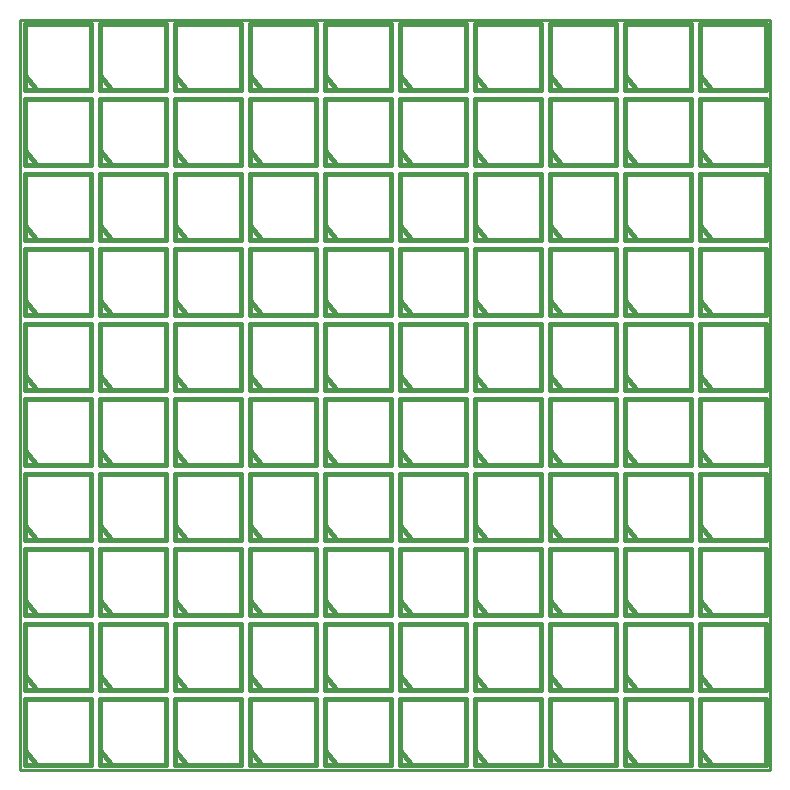
<source format=gto>
G04 (created by PCBNEW-RS274X (20100406 SVN-R2509)-final) date Tue 04 May 2010 03:45:42 PM PDT*
G01*
G70*
G90*
%MOIN*%
G04 Gerber Fmt 3.4, Leading zero omitted, Abs format*
%FSLAX34Y34*%
G04 APERTURE LIST*
%ADD10C,0.001000*%
%ADD11C,0.009000*%
%ADD12C,0.015000*%
G04 APERTURE END LIST*
G54D10*
G54D11*
X71000Y-28500D02*
X46000Y-28500D01*
X71000Y-53500D02*
X71000Y-28500D01*
X46000Y-53500D02*
X71000Y-53500D01*
X46000Y-28500D02*
X46000Y-53500D01*
G54D12*
X68650Y-52850D02*
X69050Y-53350D01*
X68650Y-51150D02*
X68650Y-53350D01*
X68650Y-53350D02*
X70850Y-53350D01*
X70850Y-53350D02*
X70850Y-51150D01*
X70850Y-51150D02*
X68650Y-51150D01*
X68650Y-50350D02*
X69050Y-50850D01*
X68650Y-48650D02*
X68650Y-50850D01*
X68650Y-50850D02*
X70850Y-50850D01*
X70850Y-50850D02*
X70850Y-48650D01*
X70850Y-48650D02*
X68650Y-48650D01*
X68650Y-47850D02*
X69050Y-48350D01*
X68650Y-46150D02*
X68650Y-48350D01*
X68650Y-48350D02*
X70850Y-48350D01*
X70850Y-48350D02*
X70850Y-46150D01*
X70850Y-46150D02*
X68650Y-46150D01*
X68650Y-45350D02*
X69050Y-45850D01*
X68650Y-43650D02*
X68650Y-45850D01*
X68650Y-45850D02*
X70850Y-45850D01*
X70850Y-45850D02*
X70850Y-43650D01*
X70850Y-43650D02*
X68650Y-43650D01*
X68650Y-42850D02*
X69050Y-43350D01*
X68650Y-41150D02*
X68650Y-43350D01*
X68650Y-43350D02*
X70850Y-43350D01*
X70850Y-43350D02*
X70850Y-41150D01*
X70850Y-41150D02*
X68650Y-41150D01*
X68650Y-40350D02*
X69050Y-40850D01*
X68650Y-38650D02*
X68650Y-40850D01*
X68650Y-40850D02*
X70850Y-40850D01*
X70850Y-40850D02*
X70850Y-38650D01*
X70850Y-38650D02*
X68650Y-38650D01*
X68650Y-37850D02*
X69050Y-38350D01*
X68650Y-36150D02*
X68650Y-38350D01*
X68650Y-38350D02*
X70850Y-38350D01*
X70850Y-38350D02*
X70850Y-36150D01*
X70850Y-36150D02*
X68650Y-36150D01*
X68650Y-35350D02*
X69050Y-35850D01*
X68650Y-33650D02*
X68650Y-35850D01*
X68650Y-35850D02*
X70850Y-35850D01*
X70850Y-35850D02*
X70850Y-33650D01*
X70850Y-33650D02*
X68650Y-33650D01*
X68650Y-32850D02*
X69050Y-33350D01*
X68650Y-31150D02*
X68650Y-33350D01*
X68650Y-33350D02*
X70850Y-33350D01*
X70850Y-33350D02*
X70850Y-31150D01*
X70850Y-31150D02*
X68650Y-31150D01*
X68650Y-30350D02*
X69050Y-30850D01*
X68650Y-28650D02*
X68650Y-30850D01*
X68650Y-30850D02*
X70850Y-30850D01*
X70850Y-30850D02*
X70850Y-28650D01*
X70850Y-28650D02*
X68650Y-28650D01*
X66150Y-52850D02*
X66550Y-53350D01*
X66150Y-51150D02*
X66150Y-53350D01*
X66150Y-53350D02*
X68350Y-53350D01*
X68350Y-53350D02*
X68350Y-51150D01*
X68350Y-51150D02*
X66150Y-51150D01*
X66150Y-50350D02*
X66550Y-50850D01*
X66150Y-48650D02*
X66150Y-50850D01*
X66150Y-50850D02*
X68350Y-50850D01*
X68350Y-50850D02*
X68350Y-48650D01*
X68350Y-48650D02*
X66150Y-48650D01*
X66150Y-47850D02*
X66550Y-48350D01*
X66150Y-46150D02*
X66150Y-48350D01*
X66150Y-48350D02*
X68350Y-48350D01*
X68350Y-48350D02*
X68350Y-46150D01*
X68350Y-46150D02*
X66150Y-46150D01*
X66150Y-45350D02*
X66550Y-45850D01*
X66150Y-43650D02*
X66150Y-45850D01*
X66150Y-45850D02*
X68350Y-45850D01*
X68350Y-45850D02*
X68350Y-43650D01*
X68350Y-43650D02*
X66150Y-43650D01*
X66150Y-42850D02*
X66550Y-43350D01*
X66150Y-41150D02*
X66150Y-43350D01*
X66150Y-43350D02*
X68350Y-43350D01*
X68350Y-43350D02*
X68350Y-41150D01*
X68350Y-41150D02*
X66150Y-41150D01*
X66150Y-40350D02*
X66550Y-40850D01*
X66150Y-38650D02*
X66150Y-40850D01*
X66150Y-40850D02*
X68350Y-40850D01*
X68350Y-40850D02*
X68350Y-38650D01*
X68350Y-38650D02*
X66150Y-38650D01*
X66150Y-37850D02*
X66550Y-38350D01*
X66150Y-36150D02*
X66150Y-38350D01*
X66150Y-38350D02*
X68350Y-38350D01*
X68350Y-38350D02*
X68350Y-36150D01*
X68350Y-36150D02*
X66150Y-36150D01*
X66150Y-35350D02*
X66550Y-35850D01*
X66150Y-33650D02*
X66150Y-35850D01*
X66150Y-35850D02*
X68350Y-35850D01*
X68350Y-35850D02*
X68350Y-33650D01*
X68350Y-33650D02*
X66150Y-33650D01*
X66150Y-32850D02*
X66550Y-33350D01*
X66150Y-31150D02*
X66150Y-33350D01*
X66150Y-33350D02*
X68350Y-33350D01*
X68350Y-33350D02*
X68350Y-31150D01*
X68350Y-31150D02*
X66150Y-31150D01*
X66150Y-30350D02*
X66550Y-30850D01*
X66150Y-28650D02*
X66150Y-30850D01*
X66150Y-30850D02*
X68350Y-30850D01*
X68350Y-30850D02*
X68350Y-28650D01*
X68350Y-28650D02*
X66150Y-28650D01*
X63650Y-52850D02*
X64050Y-53350D01*
X63650Y-51150D02*
X63650Y-53350D01*
X63650Y-53350D02*
X65850Y-53350D01*
X65850Y-53350D02*
X65850Y-51150D01*
X65850Y-51150D02*
X63650Y-51150D01*
X63650Y-50350D02*
X64050Y-50850D01*
X63650Y-48650D02*
X63650Y-50850D01*
X63650Y-50850D02*
X65850Y-50850D01*
X65850Y-50850D02*
X65850Y-48650D01*
X65850Y-48650D02*
X63650Y-48650D01*
X63650Y-47850D02*
X64050Y-48350D01*
X63650Y-46150D02*
X63650Y-48350D01*
X63650Y-48350D02*
X65850Y-48350D01*
X65850Y-48350D02*
X65850Y-46150D01*
X65850Y-46150D02*
X63650Y-46150D01*
X63650Y-45350D02*
X64050Y-45850D01*
X63650Y-43650D02*
X63650Y-45850D01*
X63650Y-45850D02*
X65850Y-45850D01*
X65850Y-45850D02*
X65850Y-43650D01*
X65850Y-43650D02*
X63650Y-43650D01*
X63650Y-42850D02*
X64050Y-43350D01*
X63650Y-41150D02*
X63650Y-43350D01*
X63650Y-43350D02*
X65850Y-43350D01*
X65850Y-43350D02*
X65850Y-41150D01*
X65850Y-41150D02*
X63650Y-41150D01*
X63650Y-40350D02*
X64050Y-40850D01*
X63650Y-38650D02*
X63650Y-40850D01*
X63650Y-40850D02*
X65850Y-40850D01*
X65850Y-40850D02*
X65850Y-38650D01*
X65850Y-38650D02*
X63650Y-38650D01*
X63650Y-37850D02*
X64050Y-38350D01*
X63650Y-36150D02*
X63650Y-38350D01*
X63650Y-38350D02*
X65850Y-38350D01*
X65850Y-38350D02*
X65850Y-36150D01*
X65850Y-36150D02*
X63650Y-36150D01*
X63650Y-35350D02*
X64050Y-35850D01*
X63650Y-33650D02*
X63650Y-35850D01*
X63650Y-35850D02*
X65850Y-35850D01*
X65850Y-35850D02*
X65850Y-33650D01*
X65850Y-33650D02*
X63650Y-33650D01*
X63650Y-32850D02*
X64050Y-33350D01*
X63650Y-31150D02*
X63650Y-33350D01*
X63650Y-33350D02*
X65850Y-33350D01*
X65850Y-33350D02*
X65850Y-31150D01*
X65850Y-31150D02*
X63650Y-31150D01*
X63650Y-30350D02*
X64050Y-30850D01*
X63650Y-28650D02*
X63650Y-30850D01*
X63650Y-30850D02*
X65850Y-30850D01*
X65850Y-30850D02*
X65850Y-28650D01*
X65850Y-28650D02*
X63650Y-28650D01*
X61150Y-52850D02*
X61550Y-53350D01*
X61150Y-51150D02*
X61150Y-53350D01*
X61150Y-53350D02*
X63350Y-53350D01*
X63350Y-53350D02*
X63350Y-51150D01*
X63350Y-51150D02*
X61150Y-51150D01*
X61150Y-50350D02*
X61550Y-50850D01*
X61150Y-48650D02*
X61150Y-50850D01*
X61150Y-50850D02*
X63350Y-50850D01*
X63350Y-50850D02*
X63350Y-48650D01*
X63350Y-48650D02*
X61150Y-48650D01*
X61150Y-47850D02*
X61550Y-48350D01*
X61150Y-46150D02*
X61150Y-48350D01*
X61150Y-48350D02*
X63350Y-48350D01*
X63350Y-48350D02*
X63350Y-46150D01*
X63350Y-46150D02*
X61150Y-46150D01*
X61150Y-45350D02*
X61550Y-45850D01*
X61150Y-43650D02*
X61150Y-45850D01*
X61150Y-45850D02*
X63350Y-45850D01*
X63350Y-45850D02*
X63350Y-43650D01*
X63350Y-43650D02*
X61150Y-43650D01*
X61150Y-42850D02*
X61550Y-43350D01*
X61150Y-41150D02*
X61150Y-43350D01*
X61150Y-43350D02*
X63350Y-43350D01*
X63350Y-43350D02*
X63350Y-41150D01*
X63350Y-41150D02*
X61150Y-41150D01*
X61150Y-40350D02*
X61550Y-40850D01*
X61150Y-38650D02*
X61150Y-40850D01*
X61150Y-40850D02*
X63350Y-40850D01*
X63350Y-40850D02*
X63350Y-38650D01*
X63350Y-38650D02*
X61150Y-38650D01*
X61150Y-37850D02*
X61550Y-38350D01*
X61150Y-36150D02*
X61150Y-38350D01*
X61150Y-38350D02*
X63350Y-38350D01*
X63350Y-38350D02*
X63350Y-36150D01*
X63350Y-36150D02*
X61150Y-36150D01*
X61150Y-35350D02*
X61550Y-35850D01*
X61150Y-33650D02*
X61150Y-35850D01*
X61150Y-35850D02*
X63350Y-35850D01*
X63350Y-35850D02*
X63350Y-33650D01*
X63350Y-33650D02*
X61150Y-33650D01*
X61150Y-32850D02*
X61550Y-33350D01*
X61150Y-31150D02*
X61150Y-33350D01*
X61150Y-33350D02*
X63350Y-33350D01*
X63350Y-33350D02*
X63350Y-31150D01*
X63350Y-31150D02*
X61150Y-31150D01*
X61150Y-30350D02*
X61550Y-30850D01*
X61150Y-28650D02*
X61150Y-30850D01*
X61150Y-30850D02*
X63350Y-30850D01*
X63350Y-30850D02*
X63350Y-28650D01*
X63350Y-28650D02*
X61150Y-28650D01*
X58650Y-52850D02*
X59050Y-53350D01*
X58650Y-51150D02*
X58650Y-53350D01*
X58650Y-53350D02*
X60850Y-53350D01*
X60850Y-53350D02*
X60850Y-51150D01*
X60850Y-51150D02*
X58650Y-51150D01*
X58650Y-50350D02*
X59050Y-50850D01*
X58650Y-48650D02*
X58650Y-50850D01*
X58650Y-50850D02*
X60850Y-50850D01*
X60850Y-50850D02*
X60850Y-48650D01*
X60850Y-48650D02*
X58650Y-48650D01*
X58650Y-47850D02*
X59050Y-48350D01*
X58650Y-46150D02*
X58650Y-48350D01*
X58650Y-48350D02*
X60850Y-48350D01*
X60850Y-48350D02*
X60850Y-46150D01*
X60850Y-46150D02*
X58650Y-46150D01*
X58650Y-45350D02*
X59050Y-45850D01*
X58650Y-43650D02*
X58650Y-45850D01*
X58650Y-45850D02*
X60850Y-45850D01*
X60850Y-45850D02*
X60850Y-43650D01*
X60850Y-43650D02*
X58650Y-43650D01*
X58650Y-42850D02*
X59050Y-43350D01*
X58650Y-41150D02*
X58650Y-43350D01*
X58650Y-43350D02*
X60850Y-43350D01*
X60850Y-43350D02*
X60850Y-41150D01*
X60850Y-41150D02*
X58650Y-41150D01*
X58650Y-40350D02*
X59050Y-40850D01*
X58650Y-38650D02*
X58650Y-40850D01*
X58650Y-40850D02*
X60850Y-40850D01*
X60850Y-40850D02*
X60850Y-38650D01*
X60850Y-38650D02*
X58650Y-38650D01*
X58650Y-37850D02*
X59050Y-38350D01*
X58650Y-36150D02*
X58650Y-38350D01*
X58650Y-38350D02*
X60850Y-38350D01*
X60850Y-38350D02*
X60850Y-36150D01*
X60850Y-36150D02*
X58650Y-36150D01*
X58650Y-35350D02*
X59050Y-35850D01*
X58650Y-33650D02*
X58650Y-35850D01*
X58650Y-35850D02*
X60850Y-35850D01*
X60850Y-35850D02*
X60850Y-33650D01*
X60850Y-33650D02*
X58650Y-33650D01*
X58650Y-32850D02*
X59050Y-33350D01*
X58650Y-31150D02*
X58650Y-33350D01*
X58650Y-33350D02*
X60850Y-33350D01*
X60850Y-33350D02*
X60850Y-31150D01*
X60850Y-31150D02*
X58650Y-31150D01*
X58650Y-30350D02*
X59050Y-30850D01*
X58650Y-28650D02*
X58650Y-30850D01*
X58650Y-30850D02*
X60850Y-30850D01*
X60850Y-30850D02*
X60850Y-28650D01*
X60850Y-28650D02*
X58650Y-28650D01*
X56150Y-52850D02*
X56550Y-53350D01*
X56150Y-51150D02*
X56150Y-53350D01*
X56150Y-53350D02*
X58350Y-53350D01*
X58350Y-53350D02*
X58350Y-51150D01*
X58350Y-51150D02*
X56150Y-51150D01*
X56150Y-50350D02*
X56550Y-50850D01*
X56150Y-48650D02*
X56150Y-50850D01*
X56150Y-50850D02*
X58350Y-50850D01*
X58350Y-50850D02*
X58350Y-48650D01*
X58350Y-48650D02*
X56150Y-48650D01*
X56150Y-47850D02*
X56550Y-48350D01*
X56150Y-46150D02*
X56150Y-48350D01*
X56150Y-48350D02*
X58350Y-48350D01*
X58350Y-48350D02*
X58350Y-46150D01*
X58350Y-46150D02*
X56150Y-46150D01*
X56150Y-45350D02*
X56550Y-45850D01*
X56150Y-43650D02*
X56150Y-45850D01*
X56150Y-45850D02*
X58350Y-45850D01*
X58350Y-45850D02*
X58350Y-43650D01*
X58350Y-43650D02*
X56150Y-43650D01*
X56150Y-42850D02*
X56550Y-43350D01*
X56150Y-41150D02*
X56150Y-43350D01*
X56150Y-43350D02*
X58350Y-43350D01*
X58350Y-43350D02*
X58350Y-41150D01*
X58350Y-41150D02*
X56150Y-41150D01*
X56150Y-40350D02*
X56550Y-40850D01*
X56150Y-38650D02*
X56150Y-40850D01*
X56150Y-40850D02*
X58350Y-40850D01*
X58350Y-40850D02*
X58350Y-38650D01*
X58350Y-38650D02*
X56150Y-38650D01*
X56150Y-37850D02*
X56550Y-38350D01*
X56150Y-36150D02*
X56150Y-38350D01*
X56150Y-38350D02*
X58350Y-38350D01*
X58350Y-38350D02*
X58350Y-36150D01*
X58350Y-36150D02*
X56150Y-36150D01*
X56150Y-35350D02*
X56550Y-35850D01*
X56150Y-33650D02*
X56150Y-35850D01*
X56150Y-35850D02*
X58350Y-35850D01*
X58350Y-35850D02*
X58350Y-33650D01*
X58350Y-33650D02*
X56150Y-33650D01*
X56150Y-32850D02*
X56550Y-33350D01*
X56150Y-31150D02*
X56150Y-33350D01*
X56150Y-33350D02*
X58350Y-33350D01*
X58350Y-33350D02*
X58350Y-31150D01*
X58350Y-31150D02*
X56150Y-31150D01*
X56150Y-30350D02*
X56550Y-30850D01*
X56150Y-28650D02*
X56150Y-30850D01*
X56150Y-30850D02*
X58350Y-30850D01*
X58350Y-30850D02*
X58350Y-28650D01*
X58350Y-28650D02*
X56150Y-28650D01*
X53650Y-52850D02*
X54050Y-53350D01*
X53650Y-51150D02*
X53650Y-53350D01*
X53650Y-53350D02*
X55850Y-53350D01*
X55850Y-53350D02*
X55850Y-51150D01*
X55850Y-51150D02*
X53650Y-51150D01*
X53650Y-50350D02*
X54050Y-50850D01*
X53650Y-48650D02*
X53650Y-50850D01*
X53650Y-50850D02*
X55850Y-50850D01*
X55850Y-50850D02*
X55850Y-48650D01*
X55850Y-48650D02*
X53650Y-48650D01*
X53650Y-47850D02*
X54050Y-48350D01*
X53650Y-46150D02*
X53650Y-48350D01*
X53650Y-48350D02*
X55850Y-48350D01*
X55850Y-48350D02*
X55850Y-46150D01*
X55850Y-46150D02*
X53650Y-46150D01*
X53650Y-45350D02*
X54050Y-45850D01*
X53650Y-43650D02*
X53650Y-45850D01*
X53650Y-45850D02*
X55850Y-45850D01*
X55850Y-45850D02*
X55850Y-43650D01*
X55850Y-43650D02*
X53650Y-43650D01*
X53650Y-42850D02*
X54050Y-43350D01*
X53650Y-41150D02*
X53650Y-43350D01*
X53650Y-43350D02*
X55850Y-43350D01*
X55850Y-43350D02*
X55850Y-41150D01*
X55850Y-41150D02*
X53650Y-41150D01*
X53650Y-40350D02*
X54050Y-40850D01*
X53650Y-38650D02*
X53650Y-40850D01*
X53650Y-40850D02*
X55850Y-40850D01*
X55850Y-40850D02*
X55850Y-38650D01*
X55850Y-38650D02*
X53650Y-38650D01*
X53650Y-37850D02*
X54050Y-38350D01*
X53650Y-36150D02*
X53650Y-38350D01*
X53650Y-38350D02*
X55850Y-38350D01*
X55850Y-38350D02*
X55850Y-36150D01*
X55850Y-36150D02*
X53650Y-36150D01*
X53650Y-35350D02*
X54050Y-35850D01*
X53650Y-33650D02*
X53650Y-35850D01*
X53650Y-35850D02*
X55850Y-35850D01*
X55850Y-35850D02*
X55850Y-33650D01*
X55850Y-33650D02*
X53650Y-33650D01*
X53650Y-32850D02*
X54050Y-33350D01*
X53650Y-31150D02*
X53650Y-33350D01*
X53650Y-33350D02*
X55850Y-33350D01*
X55850Y-33350D02*
X55850Y-31150D01*
X55850Y-31150D02*
X53650Y-31150D01*
X53650Y-30350D02*
X54050Y-30850D01*
X53650Y-28650D02*
X53650Y-30850D01*
X53650Y-30850D02*
X55850Y-30850D01*
X55850Y-30850D02*
X55850Y-28650D01*
X55850Y-28650D02*
X53650Y-28650D01*
X51150Y-52850D02*
X51550Y-53350D01*
X51150Y-51150D02*
X51150Y-53350D01*
X51150Y-53350D02*
X53350Y-53350D01*
X53350Y-53350D02*
X53350Y-51150D01*
X53350Y-51150D02*
X51150Y-51150D01*
X51150Y-50350D02*
X51550Y-50850D01*
X51150Y-48650D02*
X51150Y-50850D01*
X51150Y-50850D02*
X53350Y-50850D01*
X53350Y-50850D02*
X53350Y-48650D01*
X53350Y-48650D02*
X51150Y-48650D01*
X51150Y-47850D02*
X51550Y-48350D01*
X51150Y-46150D02*
X51150Y-48350D01*
X51150Y-48350D02*
X53350Y-48350D01*
X53350Y-48350D02*
X53350Y-46150D01*
X53350Y-46150D02*
X51150Y-46150D01*
X51150Y-45350D02*
X51550Y-45850D01*
X51150Y-43650D02*
X51150Y-45850D01*
X51150Y-45850D02*
X53350Y-45850D01*
X53350Y-45850D02*
X53350Y-43650D01*
X53350Y-43650D02*
X51150Y-43650D01*
X51150Y-42850D02*
X51550Y-43350D01*
X51150Y-41150D02*
X51150Y-43350D01*
X51150Y-43350D02*
X53350Y-43350D01*
X53350Y-43350D02*
X53350Y-41150D01*
X53350Y-41150D02*
X51150Y-41150D01*
X51150Y-40350D02*
X51550Y-40850D01*
X51150Y-38650D02*
X51150Y-40850D01*
X51150Y-40850D02*
X53350Y-40850D01*
X53350Y-40850D02*
X53350Y-38650D01*
X53350Y-38650D02*
X51150Y-38650D01*
X51150Y-37850D02*
X51550Y-38350D01*
X51150Y-36150D02*
X51150Y-38350D01*
X51150Y-38350D02*
X53350Y-38350D01*
X53350Y-38350D02*
X53350Y-36150D01*
X53350Y-36150D02*
X51150Y-36150D01*
X51150Y-35350D02*
X51550Y-35850D01*
X51150Y-33650D02*
X51150Y-35850D01*
X51150Y-35850D02*
X53350Y-35850D01*
X53350Y-35850D02*
X53350Y-33650D01*
X53350Y-33650D02*
X51150Y-33650D01*
X51150Y-32850D02*
X51550Y-33350D01*
X51150Y-31150D02*
X51150Y-33350D01*
X51150Y-33350D02*
X53350Y-33350D01*
X53350Y-33350D02*
X53350Y-31150D01*
X53350Y-31150D02*
X51150Y-31150D01*
X51150Y-30350D02*
X51550Y-30850D01*
X51150Y-28650D02*
X51150Y-30850D01*
X51150Y-30850D02*
X53350Y-30850D01*
X53350Y-30850D02*
X53350Y-28650D01*
X53350Y-28650D02*
X51150Y-28650D01*
X48650Y-52850D02*
X49050Y-53350D01*
X48650Y-51150D02*
X48650Y-53350D01*
X48650Y-53350D02*
X50850Y-53350D01*
X50850Y-53350D02*
X50850Y-51150D01*
X50850Y-51150D02*
X48650Y-51150D01*
X48650Y-50350D02*
X49050Y-50850D01*
X48650Y-48650D02*
X48650Y-50850D01*
X48650Y-50850D02*
X50850Y-50850D01*
X50850Y-50850D02*
X50850Y-48650D01*
X50850Y-48650D02*
X48650Y-48650D01*
X48650Y-47850D02*
X49050Y-48350D01*
X48650Y-46150D02*
X48650Y-48350D01*
X48650Y-48350D02*
X50850Y-48350D01*
X50850Y-48350D02*
X50850Y-46150D01*
X50850Y-46150D02*
X48650Y-46150D01*
X48650Y-45350D02*
X49050Y-45850D01*
X48650Y-43650D02*
X48650Y-45850D01*
X48650Y-45850D02*
X50850Y-45850D01*
X50850Y-45850D02*
X50850Y-43650D01*
X50850Y-43650D02*
X48650Y-43650D01*
X48650Y-42850D02*
X49050Y-43350D01*
X48650Y-41150D02*
X48650Y-43350D01*
X48650Y-43350D02*
X50850Y-43350D01*
X50850Y-43350D02*
X50850Y-41150D01*
X50850Y-41150D02*
X48650Y-41150D01*
X48650Y-40350D02*
X49050Y-40850D01*
X48650Y-38650D02*
X48650Y-40850D01*
X48650Y-40850D02*
X50850Y-40850D01*
X50850Y-40850D02*
X50850Y-38650D01*
X50850Y-38650D02*
X48650Y-38650D01*
X48650Y-37850D02*
X49050Y-38350D01*
X48650Y-36150D02*
X48650Y-38350D01*
X48650Y-38350D02*
X50850Y-38350D01*
X50850Y-38350D02*
X50850Y-36150D01*
X50850Y-36150D02*
X48650Y-36150D01*
X48650Y-35350D02*
X49050Y-35850D01*
X48650Y-33650D02*
X48650Y-35850D01*
X48650Y-35850D02*
X50850Y-35850D01*
X50850Y-35850D02*
X50850Y-33650D01*
X50850Y-33650D02*
X48650Y-33650D01*
X48650Y-32850D02*
X49050Y-33350D01*
X48650Y-31150D02*
X48650Y-33350D01*
X48650Y-33350D02*
X50850Y-33350D01*
X50850Y-33350D02*
X50850Y-31150D01*
X50850Y-31150D02*
X48650Y-31150D01*
X48650Y-30350D02*
X49050Y-30850D01*
X48650Y-28650D02*
X48650Y-30850D01*
X48650Y-30850D02*
X50850Y-30850D01*
X50850Y-30850D02*
X50850Y-28650D01*
X50850Y-28650D02*
X48650Y-28650D01*
X46150Y-52850D02*
X46550Y-53350D01*
X46150Y-51150D02*
X46150Y-53350D01*
X46150Y-53350D02*
X48350Y-53350D01*
X48350Y-53350D02*
X48350Y-51150D01*
X48350Y-51150D02*
X46150Y-51150D01*
X46150Y-50350D02*
X46550Y-50850D01*
X46150Y-48650D02*
X46150Y-50850D01*
X46150Y-50850D02*
X48350Y-50850D01*
X48350Y-50850D02*
X48350Y-48650D01*
X48350Y-48650D02*
X46150Y-48650D01*
X46150Y-47850D02*
X46550Y-48350D01*
X46150Y-46150D02*
X46150Y-48350D01*
X46150Y-48350D02*
X48350Y-48350D01*
X48350Y-48350D02*
X48350Y-46150D01*
X48350Y-46150D02*
X46150Y-46150D01*
X46150Y-45350D02*
X46550Y-45850D01*
X46150Y-43650D02*
X46150Y-45850D01*
X46150Y-45850D02*
X48350Y-45850D01*
X48350Y-45850D02*
X48350Y-43650D01*
X48350Y-43650D02*
X46150Y-43650D01*
X46150Y-42850D02*
X46550Y-43350D01*
X46150Y-41150D02*
X46150Y-43350D01*
X46150Y-43350D02*
X48350Y-43350D01*
X48350Y-43350D02*
X48350Y-41150D01*
X48350Y-41150D02*
X46150Y-41150D01*
X46150Y-40350D02*
X46550Y-40850D01*
X46150Y-38650D02*
X46150Y-40850D01*
X46150Y-40850D02*
X48350Y-40850D01*
X48350Y-40850D02*
X48350Y-38650D01*
X48350Y-38650D02*
X46150Y-38650D01*
X46150Y-37850D02*
X46550Y-38350D01*
X46150Y-36150D02*
X46150Y-38350D01*
X46150Y-38350D02*
X48350Y-38350D01*
X48350Y-38350D02*
X48350Y-36150D01*
X48350Y-36150D02*
X46150Y-36150D01*
X46150Y-35350D02*
X46550Y-35850D01*
X46150Y-33650D02*
X46150Y-35850D01*
X46150Y-35850D02*
X48350Y-35850D01*
X48350Y-35850D02*
X48350Y-33650D01*
X48350Y-33650D02*
X46150Y-33650D01*
X46150Y-32850D02*
X46550Y-33350D01*
X46150Y-31150D02*
X46150Y-33350D01*
X46150Y-33350D02*
X48350Y-33350D01*
X48350Y-33350D02*
X48350Y-31150D01*
X48350Y-31150D02*
X46150Y-31150D01*
X46150Y-30350D02*
X46550Y-30850D01*
X46150Y-28650D02*
X46150Y-30850D01*
X46150Y-30850D02*
X48350Y-30850D01*
X48350Y-30850D02*
X48350Y-28650D01*
X48350Y-28650D02*
X46150Y-28650D01*
M02*

</source>
